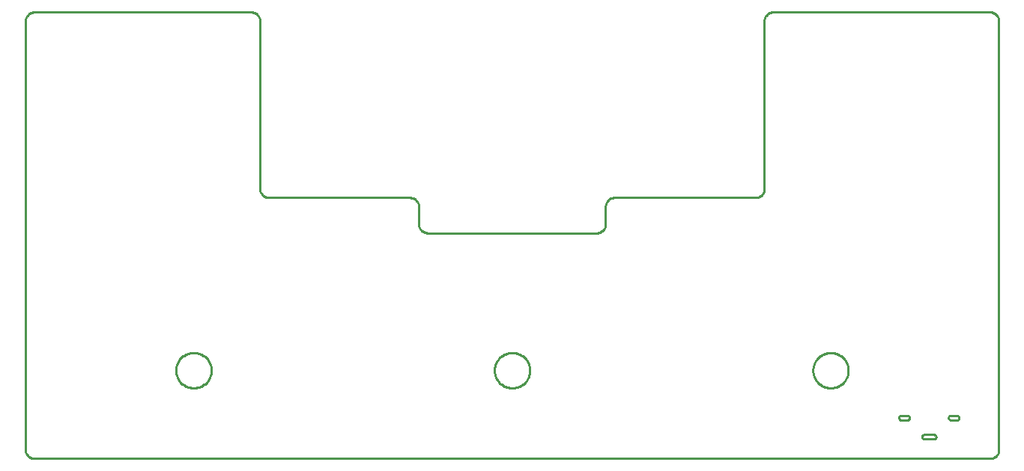
<source format=gbr>
G04 EAGLE Gerber RS-274X export*
G75*
%MOMM*%
%FSLAX34Y34*%
%LPD*%
%IN*%
%IPPOS*%
%AMOC8*
5,1,8,0,0,1.08239X$1,22.5*%
G01*
G04 Define Apertures*
%ADD10C,0.254000*%
D10*
X-550000Y-149250D02*
X-549962Y-150122D01*
X-549848Y-150986D01*
X-549659Y-151838D01*
X-549397Y-152670D01*
X-549063Y-153476D01*
X-548660Y-154250D01*
X-548192Y-154986D01*
X-547660Y-155678D01*
X-547071Y-156321D01*
X-546428Y-156910D01*
X-545736Y-157442D01*
X-545000Y-157910D01*
X-544226Y-158313D01*
X-543420Y-158647D01*
X-542588Y-158909D01*
X-541736Y-159098D01*
X-540872Y-159212D01*
X-540000Y-159250D01*
X540000Y-159250D01*
X540872Y-159212D01*
X541736Y-159098D01*
X542588Y-158909D01*
X543420Y-158647D01*
X544226Y-158313D01*
X545000Y-157910D01*
X545736Y-157442D01*
X546428Y-156910D01*
X547071Y-156321D01*
X547660Y-155678D01*
X548192Y-154986D01*
X548660Y-154250D01*
X549063Y-153476D01*
X549397Y-152670D01*
X549659Y-151838D01*
X549848Y-150986D01*
X549962Y-150122D01*
X550000Y-149250D01*
X550000Y336366D01*
X549962Y337238D01*
X549848Y338102D01*
X549659Y338954D01*
X549397Y339786D01*
X549063Y340592D01*
X548660Y341366D01*
X548192Y342102D01*
X547660Y342794D01*
X547071Y343437D01*
X546428Y344026D01*
X545736Y344558D01*
X545000Y345026D01*
X544226Y345429D01*
X543420Y345763D01*
X542588Y346025D01*
X541736Y346214D01*
X540872Y346328D01*
X540000Y346366D01*
X295000Y346366D01*
X294128Y346328D01*
X293264Y346214D01*
X292412Y346025D01*
X291580Y345763D01*
X290774Y345429D01*
X290000Y345026D01*
X289264Y344558D01*
X288572Y344026D01*
X287929Y343437D01*
X287340Y342794D01*
X286808Y342102D01*
X286340Y341366D01*
X285937Y340592D01*
X285603Y339786D01*
X285341Y338954D01*
X285152Y338102D01*
X285038Y337238D01*
X285000Y336366D01*
X285000Y146366D01*
X284962Y145494D01*
X284848Y144630D01*
X284659Y143778D01*
X284397Y142946D01*
X284063Y142140D01*
X283660Y141366D01*
X283192Y140630D01*
X282660Y139938D01*
X282071Y139295D01*
X281428Y138706D01*
X280736Y138174D01*
X280000Y137706D01*
X279226Y137303D01*
X278420Y136969D01*
X277588Y136707D01*
X276736Y136518D01*
X275872Y136404D01*
X275000Y136366D01*
X115600Y136366D01*
X114728Y136328D01*
X113864Y136214D01*
X113012Y136025D01*
X112180Y135763D01*
X111374Y135429D01*
X110600Y135026D01*
X109864Y134558D01*
X109172Y134026D01*
X108529Y133437D01*
X107940Y132794D01*
X107408Y132102D01*
X106940Y131366D01*
X106537Y130592D01*
X106203Y129786D01*
X105941Y128954D01*
X105752Y128102D01*
X105638Y127238D01*
X105600Y126366D01*
X105600Y106366D01*
X105562Y105494D01*
X105448Y104630D01*
X105259Y103778D01*
X104997Y102946D01*
X104663Y102140D01*
X104260Y101366D01*
X103792Y100630D01*
X103260Y99938D01*
X102671Y99295D01*
X102028Y98706D01*
X101336Y98174D01*
X100600Y97706D01*
X99826Y97303D01*
X99020Y96969D01*
X98188Y96707D01*
X97336Y96518D01*
X96472Y96404D01*
X95600Y96366D01*
X-95600Y96366D01*
X-96471Y96404D01*
X-97336Y96518D01*
X-98188Y96707D01*
X-99020Y96969D01*
X-99826Y97303D01*
X-100600Y97706D01*
X-101335Y98174D01*
X-102028Y98706D01*
X-102671Y99295D01*
X-103260Y99938D01*
X-103791Y100630D01*
X-104260Y101366D01*
X-104663Y102140D01*
X-104997Y102946D01*
X-105259Y103778D01*
X-105448Y104630D01*
X-105562Y105494D01*
X-105600Y106366D01*
X-105600Y126366D01*
X-105638Y127238D01*
X-105752Y128102D01*
X-105940Y128954D01*
X-106203Y129786D01*
X-106537Y130592D01*
X-106939Y131366D01*
X-107408Y132102D01*
X-107939Y132794D01*
X-108529Y133437D01*
X-109172Y134026D01*
X-109864Y134558D01*
X-110600Y135026D01*
X-111374Y135429D01*
X-112180Y135763D01*
X-113012Y136025D01*
X-113863Y136214D01*
X-114728Y136328D01*
X-115600Y136366D01*
X-275000Y136366D01*
X-275872Y136404D01*
X-276736Y136518D01*
X-277588Y136707D01*
X-278420Y136969D01*
X-279226Y137303D01*
X-280000Y137706D01*
X-280736Y138174D01*
X-281428Y138706D01*
X-282071Y139295D01*
X-282660Y139938D01*
X-283192Y140630D01*
X-283660Y141366D01*
X-284063Y142140D01*
X-284397Y142946D01*
X-284659Y143778D01*
X-284848Y144630D01*
X-284962Y145494D01*
X-285000Y146366D01*
X-285000Y336366D01*
X-285038Y337238D01*
X-285152Y338102D01*
X-285341Y338954D01*
X-285603Y339786D01*
X-285937Y340592D01*
X-286340Y341366D01*
X-286808Y342102D01*
X-287340Y342794D01*
X-287929Y343437D01*
X-288572Y344026D01*
X-289264Y344558D01*
X-290000Y345026D01*
X-290774Y345429D01*
X-291580Y345763D01*
X-292412Y346025D01*
X-293264Y346214D01*
X-294128Y346328D01*
X-295000Y346366D01*
X-540000Y346366D01*
X-540872Y346328D01*
X-541736Y346214D01*
X-542588Y346025D01*
X-543420Y345763D01*
X-544226Y345429D01*
X-545000Y345026D01*
X-545736Y344558D01*
X-546428Y344026D01*
X-547071Y343437D01*
X-547660Y342794D01*
X-548192Y342102D01*
X-548660Y341366D01*
X-549063Y340592D01*
X-549397Y339786D01*
X-549659Y338954D01*
X-549848Y338102D01*
X-549962Y337238D01*
X-550000Y336366D01*
X-550000Y-149250D01*
X493170Y-113030D02*
X493180Y-113248D01*
X493208Y-113464D01*
X493255Y-113677D01*
X493321Y-113885D01*
X493404Y-114087D01*
X493505Y-114280D01*
X493622Y-114464D01*
X493755Y-114637D01*
X493902Y-114798D01*
X494063Y-114945D01*
X494236Y-115078D01*
X494420Y-115195D01*
X494613Y-115296D01*
X494815Y-115379D01*
X495023Y-115445D01*
X495236Y-115492D01*
X495452Y-115521D01*
X495670Y-115530D01*
X502670Y-115530D01*
X502888Y-115521D01*
X503104Y-115492D01*
X503317Y-115445D01*
X503525Y-115379D01*
X503727Y-115296D01*
X503920Y-115195D01*
X504104Y-115078D01*
X504277Y-114945D01*
X504438Y-114798D01*
X504585Y-114637D01*
X504718Y-114464D01*
X504835Y-114280D01*
X504936Y-114087D01*
X505019Y-113885D01*
X505085Y-113677D01*
X505132Y-113464D01*
X505161Y-113248D01*
X505170Y-113030D01*
X505161Y-112812D01*
X505132Y-112596D01*
X505085Y-112383D01*
X505019Y-112175D01*
X504936Y-111973D01*
X504835Y-111780D01*
X504718Y-111596D01*
X504585Y-111423D01*
X504438Y-111262D01*
X504277Y-111115D01*
X504104Y-110982D01*
X503920Y-110865D01*
X503727Y-110764D01*
X503525Y-110681D01*
X503317Y-110615D01*
X503104Y-110568D01*
X502888Y-110540D01*
X502670Y-110530D01*
X495670Y-110530D01*
X495452Y-110540D01*
X495236Y-110568D01*
X495023Y-110615D01*
X494815Y-110681D01*
X494613Y-110764D01*
X494420Y-110865D01*
X494236Y-110982D01*
X494063Y-111115D01*
X493902Y-111262D01*
X493755Y-111423D01*
X493622Y-111596D01*
X493505Y-111780D01*
X493404Y-111973D01*
X493321Y-112175D01*
X493255Y-112383D01*
X493208Y-112596D01*
X493180Y-112812D01*
X493170Y-113030D01*
X463170Y-134530D02*
X463180Y-134748D01*
X463208Y-134964D01*
X463255Y-135177D01*
X463321Y-135385D01*
X463404Y-135587D01*
X463505Y-135780D01*
X463622Y-135964D01*
X463755Y-136137D01*
X463902Y-136298D01*
X464063Y-136445D01*
X464236Y-136578D01*
X464420Y-136695D01*
X464613Y-136796D01*
X464815Y-136879D01*
X465023Y-136945D01*
X465236Y-136992D01*
X465452Y-137021D01*
X465670Y-137030D01*
X476670Y-137030D01*
X476888Y-137021D01*
X477104Y-136992D01*
X477317Y-136945D01*
X477525Y-136879D01*
X477727Y-136796D01*
X477920Y-136695D01*
X478104Y-136578D01*
X478277Y-136445D01*
X478438Y-136298D01*
X478585Y-136137D01*
X478718Y-135964D01*
X478835Y-135780D01*
X478936Y-135587D01*
X479019Y-135385D01*
X479085Y-135177D01*
X479132Y-134964D01*
X479161Y-134748D01*
X479170Y-134530D01*
X479161Y-134312D01*
X479132Y-134096D01*
X479085Y-133883D01*
X479019Y-133675D01*
X478936Y-133473D01*
X478835Y-133280D01*
X478718Y-133096D01*
X478585Y-132923D01*
X478438Y-132762D01*
X478277Y-132615D01*
X478104Y-132482D01*
X477920Y-132365D01*
X477727Y-132264D01*
X477525Y-132181D01*
X477317Y-132115D01*
X477104Y-132068D01*
X476888Y-132040D01*
X476670Y-132030D01*
X465670Y-132030D01*
X465452Y-132040D01*
X465236Y-132068D01*
X465023Y-132115D01*
X464815Y-132181D01*
X464613Y-132264D01*
X464420Y-132365D01*
X464236Y-132482D01*
X464063Y-132615D01*
X463902Y-132762D01*
X463755Y-132923D01*
X463622Y-133096D01*
X463505Y-133280D01*
X463404Y-133473D01*
X463321Y-133675D01*
X463255Y-133883D01*
X463208Y-134096D01*
X463180Y-134312D01*
X463170Y-134530D01*
X437170Y-113030D02*
X437180Y-113248D01*
X437208Y-113464D01*
X437255Y-113677D01*
X437321Y-113885D01*
X437404Y-114087D01*
X437505Y-114280D01*
X437622Y-114464D01*
X437755Y-114637D01*
X437902Y-114798D01*
X438063Y-114945D01*
X438236Y-115078D01*
X438420Y-115195D01*
X438613Y-115296D01*
X438815Y-115379D01*
X439023Y-115445D01*
X439236Y-115492D01*
X439452Y-115521D01*
X439670Y-115530D01*
X446670Y-115530D01*
X446888Y-115521D01*
X447104Y-115492D01*
X447317Y-115445D01*
X447525Y-115379D01*
X447727Y-115296D01*
X447920Y-115195D01*
X448104Y-115078D01*
X448277Y-114945D01*
X448438Y-114798D01*
X448585Y-114637D01*
X448718Y-114464D01*
X448835Y-114280D01*
X448936Y-114087D01*
X449019Y-113885D01*
X449085Y-113677D01*
X449132Y-113464D01*
X449161Y-113248D01*
X449170Y-113030D01*
X449161Y-112812D01*
X449132Y-112596D01*
X449085Y-112383D01*
X449019Y-112175D01*
X448936Y-111973D01*
X448835Y-111780D01*
X448718Y-111596D01*
X448585Y-111423D01*
X448438Y-111262D01*
X448277Y-111115D01*
X448104Y-110982D01*
X447920Y-110865D01*
X447727Y-110764D01*
X447525Y-110681D01*
X447317Y-110615D01*
X447104Y-110568D01*
X446888Y-110540D01*
X446670Y-110530D01*
X439670Y-110530D01*
X439452Y-110540D01*
X439236Y-110568D01*
X439023Y-110615D01*
X438815Y-110681D01*
X438613Y-110764D01*
X438420Y-110865D01*
X438236Y-110982D01*
X438063Y-111115D01*
X437902Y-111262D01*
X437755Y-111423D01*
X437622Y-111596D01*
X437505Y-111780D01*
X437404Y-111973D01*
X437321Y-112175D01*
X437255Y-112383D01*
X437208Y-112596D01*
X437180Y-112812D01*
X437170Y-113030D01*
X-340000Y-59854D02*
X-340000Y-58646D01*
X-340073Y-57439D01*
X-340219Y-56239D01*
X-340437Y-55050D01*
X-340726Y-53877D01*
X-341085Y-52723D01*
X-341514Y-51593D01*
X-342010Y-50491D01*
X-342572Y-49420D01*
X-343197Y-48386D01*
X-343884Y-47391D01*
X-344629Y-46440D01*
X-345431Y-45535D01*
X-346285Y-44681D01*
X-347190Y-43879D01*
X-348141Y-43134D01*
X-349136Y-42447D01*
X-350170Y-41822D01*
X-351241Y-41260D01*
X-352343Y-40764D01*
X-353473Y-40335D01*
X-354627Y-39976D01*
X-355800Y-39687D01*
X-356989Y-39469D01*
X-358189Y-39323D01*
X-359396Y-39250D01*
X-360604Y-39250D01*
X-361811Y-39323D01*
X-363011Y-39469D01*
X-364200Y-39687D01*
X-365373Y-39976D01*
X-366527Y-40335D01*
X-367657Y-40764D01*
X-368759Y-41260D01*
X-369830Y-41822D01*
X-370864Y-42447D01*
X-371859Y-43134D01*
X-372810Y-43879D01*
X-373715Y-44681D01*
X-374569Y-45535D01*
X-375371Y-46440D01*
X-376116Y-47391D01*
X-376803Y-48386D01*
X-377428Y-49420D01*
X-377990Y-50491D01*
X-378486Y-51593D01*
X-378915Y-52723D01*
X-379274Y-53877D01*
X-379563Y-55050D01*
X-379781Y-56239D01*
X-379927Y-57439D01*
X-380000Y-58646D01*
X-380000Y-59854D01*
X-379927Y-61061D01*
X-379781Y-62261D01*
X-379563Y-63450D01*
X-379274Y-64623D01*
X-378915Y-65777D01*
X-378486Y-66907D01*
X-377990Y-68009D01*
X-377428Y-69080D01*
X-376803Y-70114D01*
X-376116Y-71109D01*
X-375371Y-72060D01*
X-374569Y-72965D01*
X-373715Y-73819D01*
X-372810Y-74621D01*
X-371859Y-75366D01*
X-370864Y-76053D01*
X-369830Y-76678D01*
X-368759Y-77240D01*
X-367657Y-77736D01*
X-366527Y-78165D01*
X-365373Y-78524D01*
X-364200Y-78813D01*
X-363011Y-79031D01*
X-361811Y-79177D01*
X-360604Y-79250D01*
X-359396Y-79250D01*
X-358189Y-79177D01*
X-356989Y-79031D01*
X-355800Y-78813D01*
X-354627Y-78524D01*
X-353473Y-78165D01*
X-352343Y-77736D01*
X-351241Y-77240D01*
X-350170Y-76678D01*
X-349136Y-76053D01*
X-348141Y-75366D01*
X-347190Y-74621D01*
X-346285Y-73819D01*
X-345431Y-72965D01*
X-344629Y-72060D01*
X-343884Y-71109D01*
X-343197Y-70114D01*
X-342572Y-69080D01*
X-342010Y-68009D01*
X-341514Y-66907D01*
X-341085Y-65777D01*
X-340726Y-64623D01*
X-340437Y-63450D01*
X-340219Y-62261D01*
X-340073Y-61061D01*
X-340000Y-59854D01*
X380000Y-59854D02*
X380000Y-58646D01*
X379927Y-57439D01*
X379781Y-56239D01*
X379563Y-55050D01*
X379274Y-53877D01*
X378915Y-52723D01*
X378486Y-51593D01*
X377990Y-50491D01*
X377428Y-49420D01*
X376803Y-48386D01*
X376116Y-47391D01*
X375371Y-46440D01*
X374569Y-45535D01*
X373715Y-44681D01*
X372810Y-43879D01*
X371859Y-43134D01*
X370864Y-42447D01*
X369830Y-41822D01*
X368759Y-41260D01*
X367657Y-40764D01*
X366527Y-40335D01*
X365373Y-39976D01*
X364200Y-39687D01*
X363011Y-39469D01*
X361811Y-39323D01*
X360604Y-39250D01*
X359396Y-39250D01*
X358189Y-39323D01*
X356989Y-39469D01*
X355800Y-39687D01*
X354627Y-39976D01*
X353473Y-40335D01*
X352343Y-40764D01*
X351241Y-41260D01*
X350170Y-41822D01*
X349136Y-42447D01*
X348141Y-43134D01*
X347190Y-43879D01*
X346285Y-44681D01*
X345431Y-45535D01*
X344629Y-46440D01*
X343884Y-47391D01*
X343197Y-48386D01*
X342572Y-49420D01*
X342010Y-50491D01*
X341514Y-51593D01*
X341085Y-52723D01*
X340726Y-53877D01*
X340437Y-55050D01*
X340219Y-56239D01*
X340073Y-57439D01*
X340000Y-58646D01*
X340000Y-59854D01*
X340073Y-61061D01*
X340219Y-62261D01*
X340437Y-63450D01*
X340726Y-64623D01*
X341085Y-65777D01*
X341514Y-66907D01*
X342010Y-68009D01*
X342572Y-69080D01*
X343197Y-70114D01*
X343884Y-71109D01*
X344629Y-72060D01*
X345431Y-72965D01*
X346285Y-73819D01*
X347190Y-74621D01*
X348141Y-75366D01*
X349136Y-76053D01*
X350170Y-76678D01*
X351241Y-77240D01*
X352343Y-77736D01*
X353473Y-78165D01*
X354627Y-78524D01*
X355800Y-78813D01*
X356989Y-79031D01*
X358189Y-79177D01*
X359396Y-79250D01*
X360604Y-79250D01*
X361811Y-79177D01*
X363011Y-79031D01*
X364200Y-78813D01*
X365373Y-78524D01*
X366527Y-78165D01*
X367657Y-77736D01*
X368759Y-77240D01*
X369830Y-76678D01*
X370864Y-76053D01*
X371859Y-75366D01*
X372810Y-74621D01*
X373715Y-73819D01*
X374569Y-72965D01*
X375371Y-72060D01*
X376116Y-71109D01*
X376803Y-70114D01*
X377428Y-69080D01*
X377990Y-68009D01*
X378486Y-66907D01*
X378915Y-65777D01*
X379274Y-64623D01*
X379563Y-63450D01*
X379781Y-62261D01*
X379927Y-61061D01*
X380000Y-59854D01*
X20000Y-59854D02*
X20000Y-58646D01*
X19927Y-57439D01*
X19781Y-56239D01*
X19563Y-55050D01*
X19274Y-53877D01*
X18915Y-52723D01*
X18486Y-51593D01*
X17990Y-50491D01*
X17428Y-49420D01*
X16803Y-48386D01*
X16116Y-47391D01*
X15371Y-46440D01*
X14569Y-45535D01*
X13715Y-44681D01*
X12810Y-43879D01*
X11859Y-43134D01*
X10864Y-42447D01*
X9830Y-41822D01*
X8759Y-41260D01*
X7657Y-40764D01*
X6527Y-40335D01*
X5373Y-39976D01*
X4200Y-39687D01*
X3011Y-39469D01*
X1811Y-39323D01*
X604Y-39250D01*
X-604Y-39250D01*
X-1811Y-39323D01*
X-3011Y-39469D01*
X-4200Y-39687D01*
X-5373Y-39976D01*
X-6527Y-40335D01*
X-7657Y-40764D01*
X-8759Y-41260D01*
X-9830Y-41822D01*
X-10864Y-42447D01*
X-11859Y-43134D01*
X-12810Y-43879D01*
X-13715Y-44681D01*
X-14569Y-45535D01*
X-15371Y-46440D01*
X-16116Y-47391D01*
X-16803Y-48386D01*
X-17428Y-49420D01*
X-17990Y-50491D01*
X-18486Y-51593D01*
X-18915Y-52723D01*
X-19274Y-53877D01*
X-19563Y-55050D01*
X-19781Y-56239D01*
X-19927Y-57439D01*
X-20000Y-58646D01*
X-20000Y-59854D01*
X-19927Y-61061D01*
X-19781Y-62261D01*
X-19563Y-63450D01*
X-19274Y-64623D01*
X-18915Y-65777D01*
X-18486Y-66907D01*
X-17990Y-68009D01*
X-17428Y-69080D01*
X-16803Y-70114D01*
X-16116Y-71109D01*
X-15371Y-72060D01*
X-14569Y-72965D01*
X-13715Y-73819D01*
X-12810Y-74621D01*
X-11859Y-75366D01*
X-10864Y-76053D01*
X-9830Y-76678D01*
X-8759Y-77240D01*
X-7657Y-77736D01*
X-6527Y-78165D01*
X-5373Y-78524D01*
X-4200Y-78813D01*
X-3011Y-79031D01*
X-1811Y-79177D01*
X-604Y-79250D01*
X604Y-79250D01*
X1811Y-79177D01*
X3011Y-79031D01*
X4200Y-78813D01*
X5373Y-78524D01*
X6527Y-78165D01*
X7657Y-77736D01*
X8759Y-77240D01*
X9830Y-76678D01*
X10864Y-76053D01*
X11859Y-75366D01*
X12810Y-74621D01*
X13715Y-73819D01*
X14569Y-72965D01*
X15371Y-72060D01*
X16116Y-71109D01*
X16803Y-70114D01*
X17428Y-69080D01*
X17990Y-68009D01*
X18486Y-66907D01*
X18915Y-65777D01*
X19274Y-64623D01*
X19563Y-63450D01*
X19781Y-62261D01*
X19927Y-61061D01*
X20000Y-59854D01*
M02*

</source>
